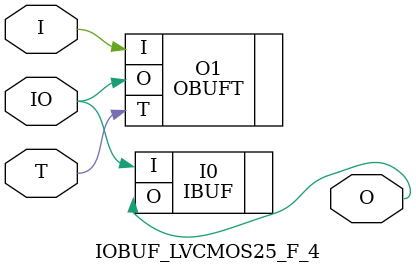
<source format=v>


`timescale  1 ps / 1 ps


module IOBUF_LVCMOS25_F_4 (O, IO, I, T);

    output O;

    inout  IO;

    input  I, T;

        OBUFT #(.IOSTANDARD("LVCMOS25"), .SLEW("FAST"), .DRIVE(4)) O1 (.O(IO), .I(I), .T(T)); 
	IBUF #(.IOSTANDARD("LVCMOS25"))  I0 (.O(O), .I(IO));
        

endmodule



</source>
